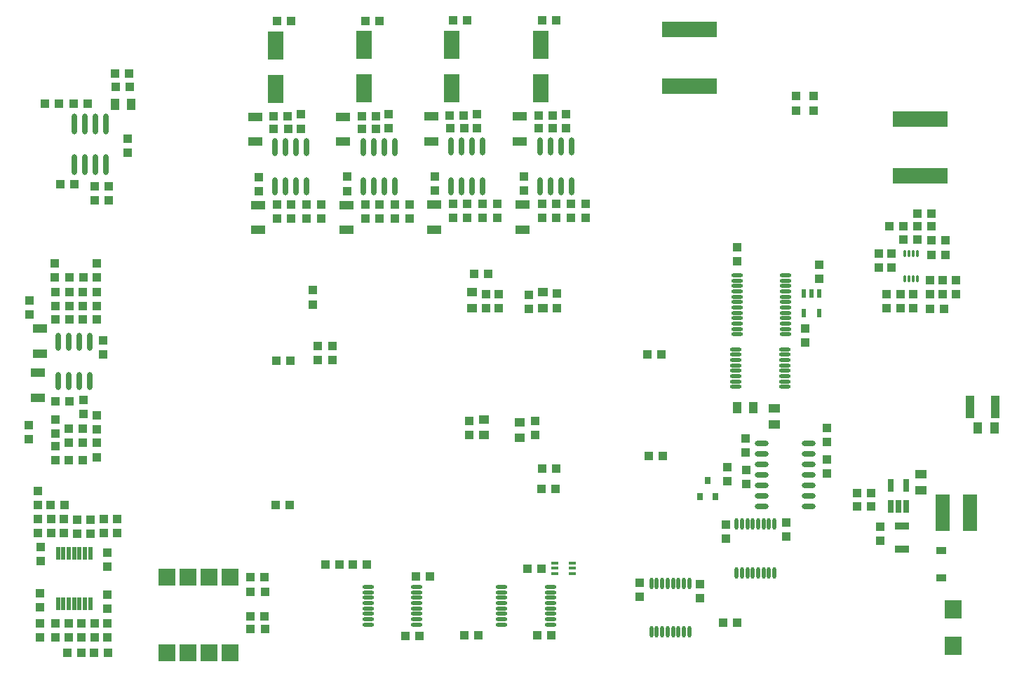
<source format=gbp>
G04 This is an RS-274x file exported by *
G04 gerbv version 2.6A *
G04 More information is available about gerbv at *
G04 http://gerbv.geda-project.org/ *
G04 --End of header info--*
%MOIN*%
%FSLAX34Y34*%
%IPPOS*%
G04 --Define apertures--*
%ADD10R,0.0472X0.0394*%
%ADD11R,0.0394X0.0551*%
%ADD12R,0.0394X0.0433*%
%ADD13R,0.0433X0.0394*%
%ADD14R,0.0728X0.1339*%
%ADD15R,0.0315X0.0354*%
%ADD16R,0.0709X0.0433*%
%ADD17O,0.0236X0.0866*%
%ADD18R,0.0433X0.1102*%
%ADD19O,0.0177X0.0551*%
%ADD20O,0.0551X0.0177*%
%ADD21R,0.2598X0.0768*%
%ADD22R,0.0236X0.0433*%
%AMMACRO23*
21,1,0.017717,0.059094,0.000000,0.000000,180.000000*
21,1,0.013819,0.062992,0.000000,0.000000,180.000000*
1,1,0.003898,-0.006909,0.029547*
1,1,0.003898,0.006909,0.029547*
1,1,0.003898,0.006909,-0.029547*
1,1,0.003898,-0.006909,-0.029547*
%
%ADD23MACRO23*%
%ADD24R,0.0551X0.0394*%
%ADD25O,0.0118X0.0335*%
%ADD26O,0.0650X0.0256*%
%ADD27R,0.0846X0.0866*%
%ADD28R,0.0335X0.0157*%
%ADD29R,0.0787X0.0846*%
%ADD30R,0.0480X0.0358*%
%ADD31R,0.0669X0.0374*%
%ADD32R,0.0256X0.0630*%
%ADD33R,0.0689X0.1772*%
%ADD34O,0.0276X0.0984*%
G04 --Start main section--*
G54D10*
G01X0023947Y-022625D03*
G01X0023947Y-023373D03*
G01X0022245Y-023255D03*
G01X0022245Y-022507D03*
G01X0021673Y-017202D03*
G01X0021673Y-016454D03*
G01X0025043Y-016444D03*
G01X0025043Y-017192D03*
G54D11*
G01X0034265Y-021949D03*
G01X0035052Y-021949D03*
G01X0045709Y-022921D03*
G01X0046496Y-022921D03*
G01X0004706Y-007508D03*
G01X0005494Y-007508D03*
G54D12*
G01X0012261Y-008673D03*
G01X0012930Y-008673D03*
G01X0017124Y-008669D03*
G01X0016455Y-008669D03*
G01X0012411Y-012273D03*
G01X0013080Y-012273D03*
G01X0017274Y-012269D03*
G01X0016605Y-012269D03*
G01X0042177Y-013929D03*
G01X0042846Y-013929D03*
G01X0043516Y-013966D03*
G01X0044186Y-013966D03*
G01X0004383Y-033600D03*
G01X0003714Y-033600D03*
G01X0002455Y-033600D03*
G01X0003124Y-033600D03*
G01X0001635Y-026572D03*
G01X0002304Y-026572D03*
G01X0030735Y-024245D03*
G01X0030065Y-024245D03*
G01X0030016Y-019406D03*
G01X0030685Y-019406D03*
G01X0024986Y-025795D03*
G01X0025656Y-025795D03*
G01X0025679Y-024851D03*
G01X0025010Y-024851D03*
G01X0019193Y-032808D03*
G01X0018524Y-032808D03*
G01X0039991Y-025994D03*
G01X0040660Y-025994D03*
G01X0002104Y-011318D03*
G01X0002774Y-011318D03*
G01X0025435Y-032758D03*
G01X0024765Y-032758D03*
G01X0011821Y-031858D03*
G01X0011152Y-031858D03*
G01X0020632Y-008653D03*
G01X0021301Y-008653D03*
G01X0025514Y-008653D03*
G01X0024845Y-008653D03*
G01X0020782Y-012253D03*
G01X0021451Y-012253D03*
G01X0025664Y-012253D03*
G01X0024995Y-012253D03*
G01X0003185Y-024426D03*
G01X0002516Y-024426D03*
G01X0002554Y-021626D03*
G01X0001885Y-021626D03*
G01X0001885Y-017726D03*
G01X0002554Y-017726D03*
G01X0002542Y-015744D03*
G01X0003211Y-015744D03*
G01X0003854Y-017726D03*
G01X0003185Y-017726D03*
G01X0044186Y-014662D03*
G01X0043516Y-014662D03*
G01X0013061Y-019692D03*
G01X0012392Y-019692D03*
G01X0011807Y-030022D03*
G01X0011137Y-030022D03*
G01X0024985Y-029601D03*
G01X0024315Y-029601D03*
G01X0012915Y-008073D03*
G01X0012245Y-008073D03*
G01X0016440Y-008069D03*
G01X0017109Y-008069D03*
G01X0013080Y-003543D03*
G01X0012411Y-003543D03*
G01X0016605Y-003539D03*
G01X0017274Y-003539D03*
G01X0013080Y-012943D03*
G01X0012411Y-012943D03*
G01X0016605Y-012939D03*
G01X0017274Y-012939D03*
G01X0019668Y-029983D03*
G01X0018998Y-029983D03*
G01X0021301Y-032758D03*
G01X0021970Y-032758D03*
G01X0043509Y-012700D03*
G01X0042840Y-012700D03*
G01X0041508Y-013316D03*
G01X0042178Y-013316D03*
G01X0043516Y-013316D03*
G01X0042847Y-013316D03*
G01X0016670Y-029408D03*
G01X0016000Y-029408D03*
G01X0015374Y-029417D03*
G01X0014705Y-029417D03*
G01X0011831Y-030706D03*
G01X0011161Y-030706D03*
G01X0011831Y-032478D03*
G01X0011161Y-032478D03*
G01X0039991Y-026644D03*
G01X0040660Y-026644D03*
G01X0002035Y-007458D03*
G01X0001365Y-007458D03*
G01X0003424Y-007458D03*
G01X0002754Y-007458D03*
G01X0004706Y-006037D03*
G01X0005376Y-006037D03*
G01X0034285Y-032158D03*
G01X0033615Y-032158D03*
G01X0043430Y-017230D03*
G01X0044099Y-017230D03*
G01X0021286Y-008053D03*
G01X0020617Y-008053D03*
G01X0024829Y-008053D03*
G01X0025499Y-008053D03*
G01X0021451Y-003523D03*
G01X0020782Y-003523D03*
G01X0024995Y-003523D03*
G01X0025664Y-003523D03*
G01X0021451Y-012890D03*
G01X0020782Y-012890D03*
G01X0024995Y-012923D03*
G01X0025664Y-012923D03*
G01X0013002Y-026572D03*
G01X0012333Y-026572D03*
G01X0022431Y-015568D03*
G01X0021762Y-015568D03*
G01X0005404Y-006671D03*
G01X0004734Y-006671D03*
G54D13*
G01X0011553Y-011628D03*
G01X0011553Y-010958D03*
G01X0015747Y-010955D03*
G01X0015747Y-011624D03*
G01X0014503Y-012942D03*
G01X0014503Y-012273D03*
G01X0018697Y-012269D03*
G01X0018697Y-012939D03*
G01X0043430Y-016555D03*
G01X0043430Y-015886D03*
G01X0044675Y-016555D03*
G01X0044675Y-015886D03*
G01X0001161Y-030775D03*
G01X0001161Y-031444D03*
G01X0004341Y-029495D03*
G01X0004341Y-028826D03*
G01X0001041Y-026572D03*
G01X0001041Y-025903D03*
G01X0024685Y-022586D03*
G01X0024685Y-023255D03*
G01X0022952Y-016545D03*
G01X0022952Y-017215D03*
G01X0034277Y-014314D03*
G01X0034277Y-014983D03*
G01X0037507Y-018833D03*
G01X0037507Y-018164D03*
G01X0036600Y-027420D03*
G01X0036600Y-028089D03*
G01X0032500Y-030338D03*
G01X0032500Y-031008D03*
G01X0002900Y-027281D03*
G01X0002900Y-027950D03*
G01X0019924Y-011608D03*
G01X0019924Y-010939D03*
G01X0024137Y-010939D03*
G01X0024137Y-011608D03*
G01X0022874Y-012923D03*
G01X0022874Y-012253D03*
G01X0027087Y-012253D03*
G01X0027087Y-012923D03*
G01X0003211Y-022249D03*
G01X0003211Y-021579D03*
G01X0004149Y-019396D03*
G01X0004149Y-018726D03*
G01X0022339Y-016552D03*
G01X0022339Y-017222D03*
G01X0021550Y-022566D03*
G01X0021550Y-023235D03*
G01X0025719Y-016523D03*
G01X0025719Y-017192D03*
G01X0014124Y-016356D03*
G01X0014124Y-017025D03*
G01X0013545Y-007988D03*
G01X0013545Y-008658D03*
G01X0017720Y-008654D03*
G01X0017720Y-007985D03*
G01X0013803Y-012942D03*
G01X0013803Y-012273D03*
G01X0017997Y-012269D03*
G01X0017997Y-012939D03*
G01X0033750Y-027490D03*
G01X0033750Y-028159D03*
G01X0029635Y-030274D03*
G01X0029635Y-030943D03*
G01X0042654Y-016551D03*
G01X0042654Y-017220D03*
G01X0044043Y-015881D03*
G01X0044043Y-016550D03*
G01X0042041Y-016551D03*
G01X0042041Y-017220D03*
G01X0041375Y-017220D03*
G01X0041375Y-016551D03*
G01X0041625Y-015263D03*
G01X0041625Y-014593D03*
G01X0041011Y-014593D03*
G01X0041011Y-015263D03*
G01X0001891Y-032862D03*
G01X0001891Y-032192D03*
G01X0001191Y-029239D03*
G01X0001191Y-028570D03*
G01X0001043Y-027232D03*
G01X0001043Y-027901D03*
G01X0002504Y-032862D03*
G01X0002504Y-032192D03*
G01X0001161Y-032862D03*
G01X0001161Y-032192D03*
G01X0002286Y-027911D03*
G01X0002286Y-027241D03*
G01X0001673Y-027232D03*
G01X0001673Y-027901D03*
G01X0004173Y-027911D03*
G01X0004173Y-027241D03*
G01X0004360Y-031503D03*
G01X0004360Y-030834D03*
G01X0004360Y-032192D03*
G01X0004360Y-032862D03*
G01X0003533Y-027930D03*
G01X0003533Y-027261D03*
G01X0004803Y-027921D03*
G01X0004803Y-027251D03*
G01X0003117Y-032862D03*
G01X0003117Y-032192D03*
G01X0003730Y-032192D03*
G01X0003730Y-032862D03*
G01X0024386Y-017232D03*
G01X0024386Y-016562D03*
G01X0038187Y-015127D03*
G01X0038187Y-015796D03*
G01X0041075Y-027609D03*
G01X0041075Y-028278D03*
G01X0004400Y-012067D03*
G01X0004400Y-011398D03*
G01X0003755Y-012067D03*
G01X0003755Y-011398D03*
G01X0033820Y-024767D03*
G01X0033820Y-025436D03*
G01X0038537Y-025083D03*
G01X0038537Y-024414D03*
G01X0038543Y-022911D03*
G01X0038543Y-023580D03*
G01X0034687Y-024083D03*
G01X0034687Y-023414D03*
G01X0034713Y-024905D03*
G01X0034713Y-025574D03*
G01X0021917Y-007969D03*
G01X0021917Y-008638D03*
G01X0026129Y-008638D03*
G01X0026129Y-007969D03*
G01X0022174Y-012923D03*
G01X0022174Y-012253D03*
G01X0026387Y-012253D03*
G01X0026387Y-012923D03*
G01X0001885Y-023175D03*
G01X0001885Y-022506D03*
G01X0001885Y-023776D03*
G01X0001885Y-024445D03*
G01X0002501Y-023610D03*
G01X0002501Y-022941D03*
G01X0003833Y-023623D03*
G01X0003833Y-024292D03*
G01X0003166Y-023610D03*
G01X0003166Y-022941D03*
G01X0000620Y-022776D03*
G01X0000620Y-023445D03*
G01X0003834Y-022291D03*
G01X0003834Y-022960D03*
G01X0001892Y-017105D03*
G01X0001892Y-016436D03*
G01X0001851Y-015075D03*
G01X0001851Y-015744D03*
G01X0002542Y-017105D03*
G01X0002542Y-016436D03*
G01X0003833Y-015075D03*
G01X0003833Y-015744D03*
G01X0003192Y-017105D03*
G01X0003192Y-016436D03*
G01X0000650Y-016830D03*
G01X0000650Y-017499D03*
G01X0003834Y-016436D03*
G01X0003834Y-017105D03*
G01X0015030Y-018993D03*
G01X0015030Y-019663D03*
G01X0014331Y-018993D03*
G01X0014331Y-019663D03*
G01X0037087Y-007791D03*
G01X0037087Y-007122D03*
G01X0037921Y-007791D03*
G01X0037921Y-007122D03*
G01X0005295Y-009131D03*
G01X0005295Y-009801D03*
G54D14*
G01X0012353Y-004690D03*
G01X0012353Y-006757D03*
G01X0016547Y-004686D03*
G01X0016547Y-006753D03*
G01X0020724Y-004670D03*
G01X0020724Y-006737D03*
G01X0024937Y-004670D03*
G01X0024937Y-006737D03*
G54D15*
G01X0032874Y-025399D03*
G01X0032500Y-026186D03*
G01X0033248Y-026186D03*
G54D16*
G01X0001056Y-021464D03*
G01X0001056Y-020283D03*
G01X0015559Y-008099D03*
G01X0015559Y-009280D03*
G01X0011503Y-013484D03*
G01X0011503Y-012302D03*
G01X0015697Y-013480D03*
G01X0015697Y-012299D03*
G01X0019736Y-008083D03*
G01X0019736Y-009264D03*
G01X0023949Y-008083D03*
G01X0023949Y-009264D03*
G01X0019874Y-013464D03*
G01X0019874Y-012283D03*
G01X0024087Y-013464D03*
G01X0024087Y-012283D03*
G01X0001135Y-019370D03*
G01X0001135Y-018189D03*
G01X0011365Y-008102D03*
G01X0011365Y-009284D03*
G54D17*
G01X0024899Y-009508D03*
G01X0025399Y-009508D03*
G01X0025899Y-009508D03*
G01X0026399Y-009508D03*
G01X0024899Y-011398D03*
G01X0025399Y-011398D03*
G01X0025899Y-011398D03*
G01X0026399Y-011398D03*
G01X0012315Y-009528D03*
G01X0012815Y-009528D03*
G01X0013315Y-009528D03*
G01X0013815Y-009528D03*
G01X0012315Y-011418D03*
G01X0012815Y-011418D03*
G01X0013315Y-011418D03*
G01X0013815Y-011418D03*
G01X0018009Y-011414D03*
G01X0017509Y-011414D03*
G01X0017009Y-011414D03*
G01X0016509Y-011414D03*
G01X0018009Y-009525D03*
G01X0017509Y-009525D03*
G01X0017009Y-009525D03*
G01X0016509Y-009525D03*
G01X0022186Y-011398D03*
G01X0021686Y-011398D03*
G01X0021186Y-011398D03*
G01X0020686Y-011398D03*
G01X0022186Y-009508D03*
G01X0021686Y-009508D03*
G01X0021186Y-009508D03*
G01X0020686Y-009508D03*
G01X0002001Y-018792D03*
G01X0002501Y-018792D03*
G01X0003001Y-018792D03*
G01X0003501Y-018792D03*
G01X0002001Y-020682D03*
G01X0002501Y-020682D03*
G01X0003001Y-020682D03*
G01X0003501Y-020682D03*
G54D18*
G01X0046535Y-021898D03*
G01X0045354Y-021898D03*
G54D19*
G01X0031996Y-032620D03*
G01X0031740Y-032620D03*
G01X0031484Y-032620D03*
G01X0031228Y-032620D03*
G01X0030972Y-032620D03*
G01X0030716Y-032620D03*
G01X0030460Y-032620D03*
G01X0030204Y-032620D03*
G01X0031996Y-030297D03*
G01X0031740Y-030297D03*
G01X0031484Y-030297D03*
G01X0031228Y-030297D03*
G01X0030972Y-030297D03*
G01X0030716Y-030297D03*
G01X0030460Y-030297D03*
G01X0030204Y-030297D03*
G01X0034252Y-027479D03*
G01X0034508Y-027479D03*
G01X0034764Y-027479D03*
G01X0035020Y-027479D03*
G01X0035276Y-027479D03*
G01X0035531Y-027479D03*
G01X0035787Y-027479D03*
G01X0036043Y-027479D03*
G01X0034252Y-029802D03*
G01X0034508Y-029802D03*
G01X0034764Y-029802D03*
G01X0035020Y-029802D03*
G01X0035276Y-029802D03*
G01X0035531Y-029802D03*
G01X0035787Y-029802D03*
G01X0036043Y-029802D03*
G54D20*
G01X0036548Y-019162D03*
G01X0036548Y-019418D03*
G01X0036548Y-019674D03*
G01X0036548Y-019930D03*
G01X0036548Y-020186D03*
G01X0036548Y-020441D03*
G01X0036548Y-020697D03*
G01X0036548Y-020953D03*
G01X0034225Y-019162D03*
G01X0034225Y-019418D03*
G01X0034225Y-019674D03*
G01X0034225Y-019930D03*
G01X0034225Y-020186D03*
G01X0034225Y-020441D03*
G01X0034225Y-020697D03*
G01X0034225Y-020953D03*
G01X0034271Y-018449D03*
G01X0034271Y-018194D03*
G01X0034271Y-017938D03*
G01X0034271Y-017682D03*
G01X0034271Y-017426D03*
G01X0034271Y-017170D03*
G01X0034271Y-016914D03*
G01X0034271Y-016658D03*
G01X0034271Y-016402D03*
G01X0034271Y-016146D03*
G01X0034271Y-015890D03*
G01X0034271Y-015635D03*
G01X0036594Y-018449D03*
G01X0036594Y-018194D03*
G01X0036594Y-017938D03*
G01X0036594Y-017682D03*
G01X0036594Y-017426D03*
G01X0036594Y-017170D03*
G01X0036594Y-016914D03*
G01X0036594Y-016658D03*
G01X0036594Y-016402D03*
G01X0036594Y-016146D03*
G01X0036594Y-015890D03*
G01X0036594Y-015635D03*
G01X0025411Y-030469D03*
G01X0025411Y-030725D03*
G01X0025411Y-030981D03*
G01X0025411Y-031237D03*
G01X0025411Y-031493D03*
G01X0025411Y-031749D03*
G01X0025411Y-032005D03*
G01X0025411Y-032261D03*
G01X0023089Y-030469D03*
G01X0023089Y-030725D03*
G01X0023089Y-030981D03*
G01X0023089Y-031237D03*
G01X0023089Y-031493D03*
G01X0023089Y-031749D03*
G01X0023089Y-032005D03*
G01X0023089Y-032261D03*
G01X0019061Y-030469D03*
G01X0019061Y-030725D03*
G01X0019061Y-030981D03*
G01X0019061Y-031237D03*
G01X0019061Y-031493D03*
G01X0019061Y-031749D03*
G01X0019061Y-032005D03*
G01X0019061Y-032261D03*
G01X0016739Y-030469D03*
G01X0016739Y-030725D03*
G01X0016739Y-030981D03*
G01X0016739Y-031237D03*
G01X0016739Y-031493D03*
G01X0016739Y-031749D03*
G01X0016739Y-032005D03*
G01X0016739Y-032261D03*
G54D21*
G01X0042987Y-008210D03*
G01X0042987Y-010907D03*
G01X0032007Y-006626D03*
G01X0032007Y-003929D03*
G54D22*
G01X0037439Y-016510D03*
G01X0037813Y-016510D03*
G01X0038187Y-016510D03*
G01X0038187Y-017454D03*
G01X0037439Y-017454D03*
G54D23*
G01X0001996Y-028868D03*
G01X0002252Y-028868D03*
G01X0002508Y-028868D03*
G01X0002763Y-028868D03*
G01X0003019Y-028868D03*
G01X0003275Y-028868D03*
G01X0003531Y-028868D03*
G01X0001996Y-031269D03*
G01X0002252Y-031269D03*
G01X0002508Y-031269D03*
G01X0002763Y-031269D03*
G01X0003019Y-031269D03*
G01X0003275Y-031269D03*
G01X0003531Y-031269D03*
G54D24*
G01X0036043Y-022749D03*
G01X0036043Y-021962D03*
G01X0043025Y-025887D03*
G01X0043025Y-025100D03*
G54D25*
G01X0042851Y-015816D03*
G01X0042654Y-015816D03*
G01X0042457Y-015816D03*
G01X0042260Y-015816D03*
G01X0042851Y-014615D03*
G01X0042654Y-014615D03*
G01X0042457Y-014615D03*
G01X0042260Y-014615D03*
G54D26*
G01X0035446Y-026638D03*
G01X0035446Y-026138D03*
G01X0035446Y-025638D03*
G01X0035446Y-025138D03*
G01X0035446Y-024638D03*
G01X0035446Y-024138D03*
G01X0035446Y-023638D03*
G01X0037670Y-026638D03*
G01X0037670Y-026138D03*
G01X0037670Y-025638D03*
G01X0037670Y-025138D03*
G01X0037670Y-024638D03*
G01X0037670Y-024138D03*
G01X0037670Y-023638D03*
G54D27*
G01X0044554Y-031542D03*
G01X0044554Y-033275D03*
G54D28*
G01X0026437Y-029328D03*
G01X0026437Y-029584D03*
G01X0026437Y-029840D03*
G01X0025610Y-029840D03*
G01X0025610Y-029584D03*
G01X0025610Y-029328D03*
G54D29*
G01X0010191Y-029993D03*
G01X0009191Y-029993D03*
G01X0008191Y-029993D03*
G01X0007191Y-029993D03*
G01X0007191Y-033615D03*
G01X0008191Y-033615D03*
G01X0009191Y-033615D03*
G01X0010191Y-033615D03*
G54D30*
G01X0043975Y-030037D03*
G01X0043975Y-028750D03*
G54D31*
G01X0042095Y-027582D03*
G01X0042095Y-028685D03*
G54D32*
G01X0042323Y-026639D03*
G01X0041949Y-026639D03*
G01X0041575Y-026639D03*
G01X0041575Y-025654D03*
G01X0042323Y-025654D03*
G54D33*
G01X0045343Y-026956D03*
G01X0044028Y-026956D03*
G54D34*
G01X0004274Y-010373D03*
G01X0003774Y-010373D03*
G01X0003274Y-010373D03*
G01X0002774Y-010373D03*
G01X0004274Y-008444D03*
G01X0003774Y-008444D03*
G01X0003274Y-008444D03*
G01X0002774Y-008444D03*
M02*

</source>
